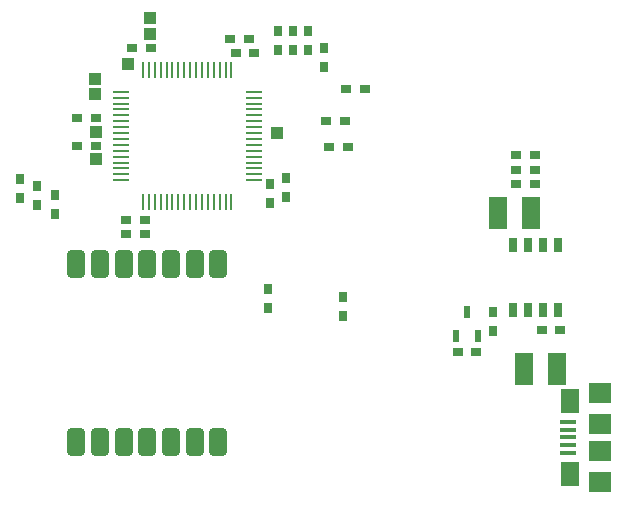
<source format=gbp>
G04*
G04 #@! TF.GenerationSoftware,Altium Limited,Altium Designer,19.0.5 (141)*
G04*
G04 Layer_Color=128*
%FSLAX25Y25*%
%MOIN*%
G70*
G01*
G75*
%ADD11R,0.03100X0.03800*%
%ADD26R,0.03937X0.03937*%
%ADD27R,0.03800X0.03100*%
%ADD28R,0.06299X0.10630*%
%ADD29R,0.02756X0.05118*%
%ADD30R,0.06299X0.08268*%
%ADD31R,0.05315X0.01575*%
%ADD32R,0.07480X0.07087*%
G04:AMPARAMS|DCode=33|XSize=94.49mil|YSize=59.06mil|CornerRadius=14.76mil|HoleSize=0mil|Usage=FLASHONLY|Rotation=90.000|XOffset=0mil|YOffset=0mil|HoleType=Round|Shape=RoundedRectangle|*
%AMROUNDEDRECTD33*
21,1,0.09449,0.02953,0,0,90.0*
21,1,0.06496,0.05906,0,0,90.0*
1,1,0.02953,0.01476,0.03248*
1,1,0.02953,0.01476,-0.03248*
1,1,0.02953,-0.01476,-0.03248*
1,1,0.02953,-0.01476,0.03248*
%
%ADD33ROUNDEDRECTD33*%
%ADD34R,0.02362X0.03937*%
%ADD35R,0.05800X0.01100*%
%ADD36R,0.01100X0.05800*%
D11*
X630448Y268085D02*
D03*
Y261785D02*
D03*
X635548Y268085D02*
D03*
Y261785D02*
D03*
X625348Y268085D02*
D03*
Y261785D02*
D03*
X640848Y262235D02*
D03*
Y255935D02*
D03*
X647148Y172885D02*
D03*
Y179185D02*
D03*
X622148Y175735D02*
D03*
Y182035D02*
D03*
X551103Y206885D02*
D03*
Y213185D02*
D03*
X545048Y209862D02*
D03*
Y216162D02*
D03*
X539348Y212255D02*
D03*
Y218555D02*
D03*
X697291Y174160D02*
D03*
Y167860D02*
D03*
X628043Y218810D02*
D03*
Y212510D02*
D03*
X622880Y216841D02*
D03*
Y210541D02*
D03*
D26*
X625148Y233945D02*
D03*
X582748Y272413D02*
D03*
Y267113D02*
D03*
X575448Y257013D02*
D03*
X564348Y251913D02*
D03*
Y246913D02*
D03*
X564948Y234313D02*
D03*
Y225435D02*
D03*
D27*
X642459Y229135D02*
D03*
X648759D02*
D03*
X654398Y248535D02*
D03*
X648098D02*
D03*
X647798Y237835D02*
D03*
X641498D02*
D03*
X574798Y200235D02*
D03*
X581098D02*
D03*
X711198Y226635D02*
D03*
X704898D02*
D03*
X713335Y168351D02*
D03*
X719635D02*
D03*
X611335Y260705D02*
D03*
X617635D02*
D03*
X558593Y238845D02*
D03*
X564893D02*
D03*
Y229635D02*
D03*
X558593D02*
D03*
X711118Y221723D02*
D03*
X704817D02*
D03*
Y216868D02*
D03*
X711118D02*
D03*
X583045Y262305D02*
D03*
X576745D02*
D03*
X574776Y205005D02*
D03*
X581076D02*
D03*
X609367Y265423D02*
D03*
X615667D02*
D03*
X685346Y161091D02*
D03*
X691646D02*
D03*
D28*
X718551Y155315D02*
D03*
X707528D02*
D03*
X698836Y207235D02*
D03*
X709860D02*
D03*
D29*
X713709Y196653D02*
D03*
X718709D02*
D03*
X708709D02*
D03*
X703709D02*
D03*
X713709Y175000D02*
D03*
X718709D02*
D03*
X708709D02*
D03*
X703709D02*
D03*
D30*
X722685Y120266D02*
D03*
Y144676D02*
D03*
D31*
X722193Y127353D02*
D03*
Y129912D02*
D03*
Y132471D02*
D03*
Y135030D02*
D03*
Y137589D02*
D03*
D32*
X732724Y117510D02*
D03*
Y127943D02*
D03*
Y136998D02*
D03*
Y147432D02*
D03*
D33*
X581943Y130880D02*
D03*
X589817D02*
D03*
X597691D02*
D03*
X605565D02*
D03*
X574069D02*
D03*
X566195D02*
D03*
X558321D02*
D03*
Y190329D02*
D03*
X566195D02*
D03*
X574069D02*
D03*
X581943D02*
D03*
X589817D02*
D03*
X597691D02*
D03*
X605565D02*
D03*
D34*
X692236Y166286D02*
D03*
X684756D02*
D03*
X688496Y174160D02*
D03*
D35*
X573071Y218191D02*
D03*
Y220160D02*
D03*
Y222128D02*
D03*
Y224097D02*
D03*
Y226065D02*
D03*
Y228034D02*
D03*
Y230002D02*
D03*
Y231971D02*
D03*
Y233939D02*
D03*
Y235908D02*
D03*
Y237876D02*
D03*
Y239845D02*
D03*
Y241813D02*
D03*
Y243782D02*
D03*
Y245750D02*
D03*
Y247719D02*
D03*
X617371D02*
D03*
Y245750D02*
D03*
Y243782D02*
D03*
Y241813D02*
D03*
Y239845D02*
D03*
Y237876D02*
D03*
Y235908D02*
D03*
Y233939D02*
D03*
Y231971D02*
D03*
Y230002D02*
D03*
Y228034D02*
D03*
Y226065D02*
D03*
Y224097D02*
D03*
Y222128D02*
D03*
Y220160D02*
D03*
Y218191D02*
D03*
D36*
X580458Y255105D02*
D03*
X582426D02*
D03*
X584395D02*
D03*
X586363D02*
D03*
X588332D02*
D03*
X590300D02*
D03*
X592269D02*
D03*
X594237D02*
D03*
X596206D02*
D03*
X598174D02*
D03*
X600143D02*
D03*
X602111D02*
D03*
X604080D02*
D03*
X606048D02*
D03*
X608017D02*
D03*
X609985D02*
D03*
Y210805D02*
D03*
X608017D02*
D03*
X606048D02*
D03*
X604080D02*
D03*
X602111D02*
D03*
X600143D02*
D03*
X598174D02*
D03*
X596206D02*
D03*
X594237D02*
D03*
X592269D02*
D03*
X590300D02*
D03*
X588332D02*
D03*
X586363D02*
D03*
X584395D02*
D03*
X582426D02*
D03*
X580458D02*
D03*
M02*

</source>
